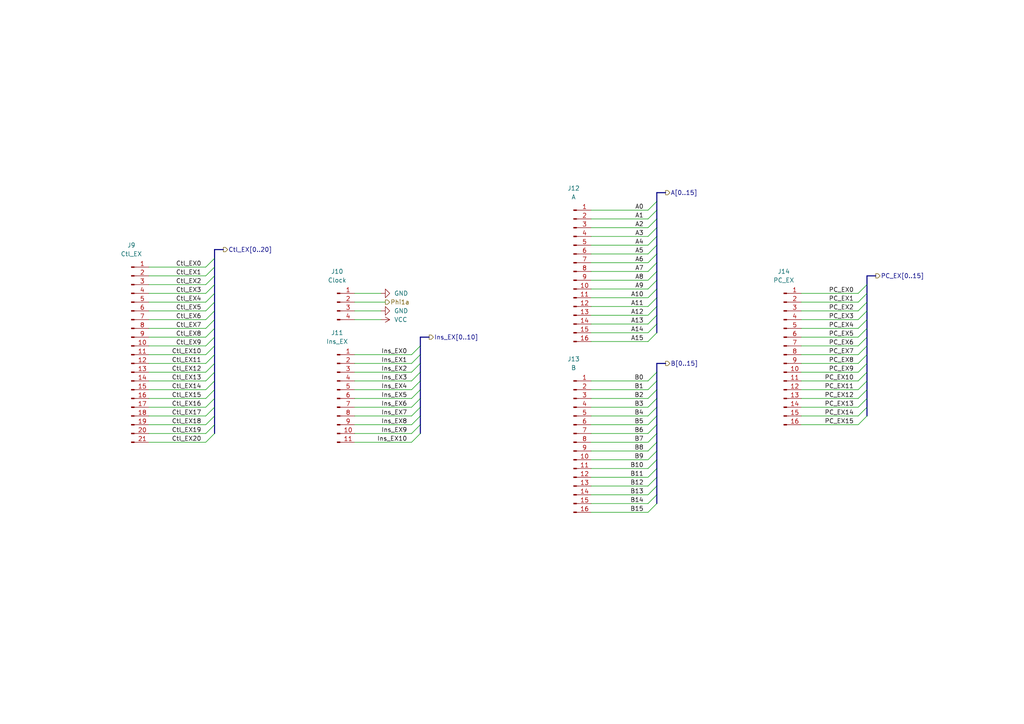
<source format=kicad_sch>
(kicad_sch (version 20250114) (generator "eeschema") (generator_version "9.0")
  (paper "A4")
  (title_block (title "Turtle16: EX Module Inputs") (date "2022-09-24") (rev "B"))
  (lib_symbols
    (symbol "Connector:Conn_01x04_Male" (pin_names (offset 1.016) (hide yes))
      (property "Reference" "J" (at 0 5.08 0))
      (property "Value" "Conn_01x04_Male" (at 0 -7.62 0))
      (symbol "Conn_01x04_Male_1_1"
        (rectangle (start 0.8636 2.667) (end 0 2.413) (stroke (width 0.1524)) (fill (type outline)))
        (rectangle (start 0.8636 0.127) (end 0 -0.127) (stroke (width 0.1524)) (fill (type outline)))
        (rectangle (start 0.8636 -2.413) (end 0 -2.667) (stroke (width 0.1524)) (fill (type outline)))
        (rectangle (start 0.8636 -4.953) (end 0 -5.207) (stroke (width 0.1524)) (fill (type outline)))
        (polyline (pts (xy 1.27 2.54) (xy 0.8636 2.54)) (stroke (width 0.1524)))
        (polyline (pts (xy 1.27 0) (xy 0.8636 0)) (stroke (width 0.1524)))
        (polyline (pts (xy 1.27 -2.54) (xy 0.8636 -2.54)) (stroke (width 0.1524)))
        (polyline (pts (xy 1.27 -5.08) (xy 0.8636 -5.08)) (stroke (width 0.1524)))
        (pin passive line (at 5.08 2.54 180) (length 3.81) (name "Pin_1") (number "1"))
        (pin passive line (at 5.08 0 180) (length 3.81) (name "Pin_2") (number "2"))
        (pin passive line (at 5.08 -2.54 180) (length 3.81) (name "Pin_3") (number "3"))
        (pin passive line (at 5.08 -5.08 180) (length 3.81) (name "Pin_4") (number "4"))
      )
    )
    (symbol "Connector:Conn_01x11_Male" (pin_names (offset 1.016) (hide yes))
      (property "Reference" "J" (at 0 15.24 0))
      (property "Value" "Conn_01x11_Male" (at 0 -15.24 0))
      (symbol "Conn_01x11_Male_1_1"
        (rectangle (start 0.8636 12.827) (end 0 12.573) (stroke (width 0.1524)) (fill (type outline)))
        (rectangle (start 0.8636 10.287) (end 0 10.033) (stroke (width 0.1524)) (fill (type outline)))
        (rectangle (start 0.8636 7.747) (end 0 7.493) (stroke (width 0.1524)) (fill (type outline)))
        (rectangle (start 0.8636 5.207) (end 0 4.953) (stroke (width 0.1524)) (fill (type outline)))
        (rectangle (start 0.8636 2.667) (end 0 2.413) (stroke (width 0.1524)) (fill (type outline)))
        (rectangle (start 0.8636 0.127) (end 0 -0.127) (stroke (width 0.1524)) (fill (type outline)))
        (rectangle (start 0.8636 -2.413) (end 0 -2.667) (stroke (width 0.1524)) (fill (type outline)))
        (rectangle (start 0.8636 -4.953) (end 0 -5.207) (stroke (width 0.1524)) (fill (type outline)))
        (rectangle (start 0.8636 -7.493) (end 0 -7.747) (stroke (width 0.1524)) (fill (type outline)))
        (rectangle (start 0.8636 -10.033) (end 0 -10.287) (stroke (width 0.1524)) (fill (type outline)))
        (rectangle (start 0.8636 -12.573) (end 0 -12.827) (stroke (width 0.1524)) (fill (type outline)))
        (polyline (pts (xy 1.27 12.7) (xy 0.8636 12.7)) (stroke (width 0.1524)))
        (polyline (pts (xy 1.27 10.16) (xy 0.8636 10.16)) (stroke (width 0.1524)))
        (polyline (pts (xy 1.27 7.62) (xy 0.8636 7.62)) (stroke (width 0.1524)))
        (polyline (pts (xy 1.27 5.08) (xy 0.8636 5.08)) (stroke (width 0.1524)))
        (polyline (pts (xy 1.27 2.54) (xy 0.8636 2.54)) (stroke (width 0.1524)))
        (polyline (pts (xy 1.27 0) (xy 0.8636 0)) (stroke (width 0.1524)))
        (polyline (pts (xy 1.27 -2.54) (xy 0.8636 -2.54)) (stroke (width 0.1524)))
        (polyline (pts (xy 1.27 -5.08) (xy 0.8636 -5.08)) (stroke (width 0.1524)))
        (polyline (pts (xy 1.27 -7.62) (xy 0.8636 -7.62)) (stroke (width 0.1524)))
        (polyline (pts (xy 1.27 -10.16) (xy 0.8636 -10.16)) (stroke (width 0.1524)))
        (polyline (pts (xy 1.27 -12.7) (xy 0.8636 -12.7)) (stroke (width 0.1524)))
        (pin passive line (at 5.08 12.7 180) (length 3.81) (name "Pin_1") (number "1"))
        (pin passive line (at 5.08 10.16 180) (length 3.81) (name "Pin_2") (number "2"))
        (pin passive line (at 5.08 7.62 180) (length 3.81) (name "Pin_3") (number "3"))
        (pin passive line (at 5.08 5.08 180) (length 3.81) (name "Pin_4") (number "4"))
        (pin passive line (at 5.08 2.54 180) (length 3.81) (name "Pin_5") (number "5"))
        (pin passive line (at 5.08 0 180) (length 3.81) (name "Pin_6") (number "6"))
        (pin passive line (at 5.08 -2.54 180) (length 3.81) (name "Pin_7") (number "7"))
        (pin passive line (at 5.08 -5.08 180) (length 3.81) (name "Pin_8") (number "8"))
        (pin passive line (at 5.08 -7.62 180) (length 3.81) (name "Pin_9") (number "9"))
        (pin passive line (at 5.08 -10.16 180) (length 3.81) (name "Pin_10") (number "10"))
        (pin passive line (at 5.08 -12.7 180) (length 3.81) (name "Pin_11") (number "11"))
      )
    )
    (symbol "Connector:Conn_01x16_Male" (pin_names (offset 1.016) (hide yes))
      (property "Reference" "J" (at 0 20.32 0))
      (property "Value" "Conn_01x16_Male" (at 0 -22.86 0))
      (symbol "Conn_01x16_Male_1_1"
        (rectangle (start 0.8636 17.907) (end 0 17.653) (stroke (width 0.1524)) (fill (type outline)))
        (rectangle (start 0.8636 15.367) (end 0 15.113) (stroke (width 0.1524)) (fill (type outline)))
        (rectangle (start 0.8636 12.827) (end 0 12.573) (stroke (width 0.1524)) (fill (type outline)))
        (rectangle (start 0.8636 10.287) (end 0 10.033) (stroke (width 0.1524)) (fill (type outline)))
        (rectangle (start 0.8636 7.747) (end 0 7.493) (stroke (width 0.1524)) (fill (type outline)))
        (rectangle (start 0.8636 5.207) (end 0 4.953) (stroke (width 0.1524)) (fill (type outline)))
        (rectangle (start 0.8636 2.667) (end 0 2.413) (stroke (width 0.1524)) (fill (type outline)))
        (rectangle (start 0.8636 0.127) (end 0 -0.127) (stroke (width 0.1524)) (fill (type outline)))
        (rectangle (start 0.8636 -2.413) (end 0 -2.667) (stroke (width 0.1524)) (fill (type outline)))
        (rectangle (start 0.8636 -4.953) (end 0 -5.207) (stroke (width 0.1524)) (fill (type outline)))
        (rectangle (start 0.8636 -7.493) (end 0 -7.747) (stroke (width 0.1524)) (fill (type outline)))
        (rectangle (start 0.8636 -10.033) (end 0 -10.287) (stroke (width 0.1524)) (fill (type outline)))
        (rectangle (start 0.8636 -12.573) (end 0 -12.827) (stroke (width 0.1524)) (fill (type outline)))
        (rectangle (start 0.8636 -15.113) (end 0 -15.367) (stroke (width 0.1524)) (fill (type outline)))
        (rectangle (start 0.8636 -17.653) (end 0 -17.907) (stroke (width 0.1524)) (fill (type outline)))
        (rectangle (start 0.8636 -20.193) (end 0 -20.447) (stroke (width 0.1524)) (fill (type outline)))
        (polyline (pts (xy 1.27 17.78) (xy 0.8636 17.78)) (stroke (width 0.1524)))
        (polyline (pts (xy 1.27 15.24) (xy 0.8636 15.24)) (stroke (width 0.1524)))
        (polyline (pts (xy 1.27 12.7) (xy 0.8636 12.7)) (stroke (width 0.1524)))
        (polyline (pts (xy 1.27 10.16) (xy 0.8636 10.16)) (stroke (width 0.1524)))
        (polyline (pts (xy 1.27 7.62) (xy 0.8636 7.62)) (stroke (width 0.1524)))
        (polyline (pts (xy 1.27 5.08) (xy 0.8636 5.08)) (stroke (width 0.1524)))
        (polyline (pts (xy 1.27 2.54) (xy 0.8636 2.54)) (stroke (width 0.1524)))
        (polyline (pts (xy 1.27 0) (xy 0.8636 0)) (stroke (width 0.1524)))
        (polyline (pts (xy 1.27 -2.54) (xy 0.8636 -2.54)) (stroke (width 0.1524)))
        (polyline (pts (xy 1.27 -5.08) (xy 0.8636 -5.08)) (stroke (width 0.1524)))
        (polyline (pts (xy 1.27 -7.62) (xy 0.8636 -7.62)) (stroke (width 0.1524)))
        (polyline (pts (xy 1.27 -10.16) (xy 0.8636 -10.16)) (stroke (width 0.1524)))
        (polyline (pts (xy 1.27 -12.7) (xy 0.8636 -12.7)) (stroke (width 0.1524)))
        (polyline (pts (xy 1.27 -15.24) (xy 0.8636 -15.24)) (stroke (width 0.1524)))
        (polyline (pts (xy 1.27 -17.78) (xy 0.8636 -17.78)) (stroke (width 0.1524)))
        (polyline (pts (xy 1.27 -20.32) (xy 0.8636 -20.32)) (stroke (width 0.1524)))
        (pin passive line (at 5.08 17.78 180) (length 3.81) (name "Pin_1") (number "1"))
        (pin passive line (at 5.08 15.24 180) (length 3.81) (name "Pin_2") (number "2"))
        (pin passive line (at 5.08 12.7 180) (length 3.81) (name "Pin_3") (number "3"))
        (pin passive line (at 5.08 10.16 180) (length 3.81) (name "Pin_4") (number "4"))
        (pin passive line (at 5.08 7.62 180) (length 3.81) (name "Pin_5") (number "5"))
        (pin passive line (at 5.08 5.08 180) (length 3.81) (name "Pin_6") (number "6"))
        (pin passive line (at 5.08 2.54 180) (length 3.81) (name "Pin_7") (number "7"))
        (pin passive line (at 5.08 0 180) (length 3.81) (name "Pin_8") (number "8"))
        (pin passive line (at 5.08 -2.54 180) (length 3.81) (name "Pin_9") (number "9"))
        (pin passive line (at 5.08 -5.08 180) (length 3.81) (name "Pin_10") (number "10"))
        (pin passive line (at 5.08 -7.62 180) (length 3.81) (name "Pin_11") (number "11"))
        (pin passive line (at 5.08 -10.16 180) (length 3.81) (name "Pin_12") (number "12"))
        (pin passive line (at 5.08 -12.7 180) (length 3.81) (name "Pin_13") (number "13"))
        (pin passive line (at 5.08 -15.24 180) (length 3.81) (name "Pin_14") (number "14"))
        (pin passive line (at 5.08 -17.78 180) (length 3.81) (name "Pin_15") (number "15"))
        (pin passive line (at 5.08 -20.32 180) (length 3.81) (name "Pin_16") (number "16"))
      )
    )
    (symbol "Connector:Conn_01x21_Male" (pin_names (offset 1.016) (hide yes))
      (property "Reference" "J" (at 0 27.94 0))
      (property "Value" "Conn_01x21_Male" (at 0 -27.94 0))
      (symbol "Conn_01x21_Male_1_1"
        (rectangle (start 0.8636 25.527) (end 0 25.273) (stroke (width 0.1524)) (fill (type outline)))
        (rectangle (start 0.8636 22.987) (end 0 22.733) (stroke (width 0.1524)) (fill (type outline)))
        (rectangle (start 0.8636 20.447) (end 0 20.193) (stroke (width 0.1524)) (fill (type outline)))
        (rectangle (start 0.8636 17.907) (end 0 17.653) (stroke (width 0.1524)) (fill (type outline)))
        (rectangle (start 0.8636 15.367) (end 0 15.113) (stroke (width 0.1524)) (fill (type outline)))
        (rectangle (start 0.8636 12.827) (end 0 12.573) (stroke (width 0.1524)) (fill (type outline)))
        (rectangle (start 0.8636 10.287) (end 0 10.033) (stroke (width 0.1524)) (fill (type outline)))
        (rectangle (start 0.8636 7.747) (end 0 7.493) (stroke (width 0.1524)) (fill (type outline)))
        (rectangle (start 0.8636 5.207) (end 0 4.953) (stroke (width 0.1524)) (fill (type outline)))
        (rectangle (start 0.8636 2.667) (end 0 2.413) (stroke (width 0.1524)) (fill (type outline)))
        (rectangle (start 0.8636 0.127) (end 0 -0.127) (stroke (width 0.1524)) (fill (type outline)))
        (rectangle (start 0.8636 -2.413) (end 0 -2.667) (stroke (width 0.1524)) (fill (type outline)))
        (rectangle (start 0.8636 -4.953) (end 0 -5.207) (stroke (width 0.1524)) (fill (type outline)))
        (rectangle (start 0.8636 -7.493) (end 0 -7.747) (stroke (width 0.1524)) (fill (type outline)))
        (rectangle (start 0.8636 -10.033) (end 0 -10.287) (stroke (width 0.1524)) (fill (type outline)))
        (rectangle (start 0.8636 -12.573) (end 0 -12.827) (stroke (width 0.1524)) (fill (type outline)))
        (rectangle (start 0.8636 -15.113) (end 0 -15.367) (stroke (width 0.1524)) (fill (type outline)))
        (rectangle (start 0.8636 -17.653) (end 0 -17.907) (stroke (width 0.1524)) (fill (type outline)))
        (rectangle (start 0.8636 -20.193) (end 0 -20.447) (stroke (width 0.1524)) (fill (type outline)))
        (rectangle (start 0.8636 -22.733) (end 0 -22.987) (stroke (width 0.1524)) (fill (type outline)))
        (rectangle (start 0.8636 -25.273) (end 0 -25.527) (stroke (width 0.1524)) (fill (type outline)))
        (polyline (pts (xy 1.27 25.4) (xy 0.8636 25.4)) (stroke (width 0.1524)))
        (polyline (pts (xy 1.27 22.86) (xy 0.8636 22.86)) (stroke (width 0.1524)))
        (polyline (pts (xy 1.27 20.32) (xy 0.8636 20.32)) (stroke (width 0.1524)))
        (polyline (pts (xy 1.27 17.78) (xy 0.8636 17.78)) (stroke (width 0.1524)))
        (polyline (pts (xy 1.27 15.24) (xy 0.8636 15.24)) (stroke (width 0.1524)))
        (polyline (pts (xy 1.27 12.7) (xy 0.8636 12.7)) (stroke (width 0.1524)))
        (polyline (pts (xy 1.27 10.16) (xy 0.8636 10.16)) (stroke (width 0.1524)))
        (polyline (pts (xy 1.27 7.62) (xy 0.8636 7.62)) (stroke (width 0.1524)))
        (polyline (pts (xy 1.27 5.08) (xy 0.8636 5.08)) (stroke (width 0.1524)))
        (polyline (pts (xy 1.27 2.54) (xy 0.8636 2.54)) (stroke (width 0.1524)))
        (polyline (pts (xy 1.27 0) (xy 0.8636 0)) (stroke (width 0.1524)))
        (polyline (pts (xy 1.27 -2.54) (xy 0.8636 -2.54)) (stroke (width 0.1524)))
        (polyline (pts (xy 1.27 -5.08) (xy 0.8636 -5.08)) (stroke (width 0.1524)))
        (polyline (pts (xy 1.27 -7.62) (xy 0.8636 -7.62)) (stroke (width 0.1524)))
        (polyline (pts (xy 1.27 -10.16) (xy 0.8636 -10.16)) (stroke (width 0.1524)))
        (polyline (pts (xy 1.27 -12.7) (xy 0.8636 -12.7)) (stroke (width 0.1524)))
        (polyline (pts (xy 1.27 -15.24) (xy 0.8636 -15.24)) (stroke (width 0.1524)))
        (polyline (pts (xy 1.27 -17.78) (xy 0.8636 -17.78)) (stroke (width 0.1524)))
        (polyline (pts (xy 1.27 -20.32) (xy 0.8636 -20.32)) (stroke (width 0.1524)))
        (polyline (pts (xy 1.27 -22.86) (xy 0.8636 -22.86)) (stroke (width 0.1524)))
        (polyline (pts (xy 1.27 -25.4) (xy 0.8636 -25.4)) (stroke (width 0.1524)))
        (pin passive line (at 5.08 25.4 180) (length 3.81) (name "Pin_1") (number "1"))
        (pin passive line (at 5.08 22.86 180) (length 3.81) (name "Pin_2") (number "2"))
        (pin passive line (at 5.08 20.32 180) (length 3.81) (name "Pin_3") (number "3"))
        (pin passive line (at 5.08 17.78 180) (length 3.81) (name "Pin_4") (number "4"))
        (pin passive line (at 5.08 15.24 180) (length 3.81) (name "Pin_5") (number "5"))
        (pin passive line (at 5.08 12.7 180) (length 3.81) (name "Pin_6") (number "6"))
        (pin passive line (at 5.08 10.16 180) (length 3.81) (name "Pin_7") (number "7"))
        (pin passive line (at 5.08 7.62 180) (length 3.81) (name "Pin_8") (number "8"))
        (pin passive line (at 5.08 5.08 180) (length 3.81) (name "Pin_9") (number "9"))
        (pin passive line (at 5.08 2.54 180) (length 3.81) (name "Pin_10") (number "10"))
        (pin passive line (at 5.08 0 180) (length 3.81) (name "Pin_11") (number "11"))
        (pin passive line (at 5.08 -2.54 180) (length 3.81) (name "Pin_12") (number "12"))
        (pin passive line (at 5.08 -5.08 180) (length 3.81) (name "Pin_13") (number "13"))
        (pin passive line (at 5.08 -7.62 180) (length 3.81) (name "Pin_14") (number "14"))
        (pin passive line (at 5.08 -10.16 180) (length 3.81) (name "Pin_15") (number "15"))
        (pin passive line (at 5.08 -12.7 180) (length 3.81) (name "Pin_16") (number "16"))
        (pin passive line (at 5.08 -15.24 180) (length 3.81) (name "Pin_17") (number "17"))
        (pin passive line (at 5.08 -17.78 180) (length 3.81) (name "Pin_18") (number "18"))
        (pin passive line (at 5.08 -20.32 180) (length 3.81) (name "Pin_19") (number "19"))
        (pin passive line (at 5.08 -22.86 180) (length 3.81) (name "Pin_20") (number "20"))
        (pin passive line (at 5.08 -25.4 180) (length 3.81) (name "Pin_21") (number "21"))
      )
    )
    (symbol "power:GND" (power) (pin_names (offset 0))
      (property "Value" "GND" (at 0 -3.81 0))
      (symbol "GND_0_1"
        (polyline (pts (xy 0 0) (xy 0 -1.27) (xy 1.27 -1.27) (xy 0 -2.54) (xy -1.27 -1.27) (xy 0 -1.27)))
      )
      (symbol "GND_1_1"
        (pin power_in line (at 0 0 270) (length 0) (hide yes) (name "GND") (number "1"))
      )
    )
    (symbol "power:VCC" (power) (pin_names (offset 0))
      (property "Value" "VCC" (at 0 3.81 0))
      (symbol "VCC_0_1"
        (polyline (pts (xy -0.762 1.27) (xy 0 2.54)))
        (polyline (pts (xy 0 2.54) (xy 0.762 1.27)))
        (polyline (pts (xy 0 0) (xy 0 2.54)))
      )
      (symbol "VCC_1_1"
        (pin power_in line (at 0 0 90) (length 0) (hide yes) (name "VCC") (number "1"))
      )
    )
  )
  (bus_entry (at 190.5 66.04) (size -2.54 2.54))
  (bus_entry (at 190.5 91.44) (size -2.54 2.54))
  (bus_entry (at 62.23 125.73) (size -2.54 2.54))
  (bus_entry (at 251.46 110.49) (size -2.54 2.54))
  (bus_entry (at 62.23 100.33) (size -2.54 2.54))
  (bus_entry (at 251.46 105.41) (size -2.54 2.54))
  (bus_entry (at 190.5 60.96) (size -2.54 2.54))
  (bus_entry (at 190.5 73.66) (size -2.54 2.54))
  (bus_entry (at 190.5 140.97) (size -2.54 2.54))
  (bus_entry (at 62.23 95.25) (size -2.54 2.54))
  (bus_entry (at 190.5 118.11) (size -2.54 2.54))
  (bus_entry (at 62.23 123.19) (size -2.54 2.54))
  (bus_entry (at 190.5 81.28) (size -2.54 2.54))
  (bus_entry (at 62.23 85.09) (size -2.54 2.54))
  (bus_entry (at 62.23 80.01) (size -2.54 2.54))
  (bus_entry (at 190.5 113.03) (size -2.54 2.54))
  (bus_entry (at 62.23 120.65) (size -2.54 2.54))
  (bus_entry (at 121.92 120.65) (size -2.54 2.54))
  (bus_entry (at 62.23 102.87) (size -2.54 2.54))
  (bus_entry (at 62.23 115.57) (size -2.54 2.54))
  (bus_entry (at 190.5 143.51) (size -2.54 2.54))
  (bus_entry (at 121.92 113.03) (size -2.54 2.54))
  (bus_entry (at 62.23 90.17) (size -2.54 2.54))
  (bus_entry (at 251.46 95.25) (size -2.54 2.54))
  (bus_entry (at 190.5 128.27) (size -2.54 2.54))
  (bus_entry (at 190.5 63.5) (size -2.54 2.54))
  (bus_entry (at 62.23 77.47) (size -2.54 2.54))
  (bus_entry (at 121.92 110.49) (size -2.54 2.54))
  (bus_entry (at 62.23 82.55) (size -2.54 2.54))
  (bus_entry (at 62.23 87.63) (size -2.54 2.54))
  (bus_entry (at 190.5 123.19) (size -2.54 2.54))
  (bus_entry (at 190.5 125.73) (size -2.54 2.54))
  (bus_entry (at 62.23 107.95) (size -2.54 2.54))
  (bus_entry (at 121.92 123.19) (size -2.54 2.54))
  (bus_entry (at 190.5 146.05) (size -2.54 2.54))
  (bus_entry (at 121.92 107.95) (size -2.54 2.54))
  (bus_entry (at 251.46 82.55) (size -2.54 2.54))
  (bus_entry (at 251.46 87.63) (size -2.54 2.54))
  (bus_entry (at 190.5 68.58) (size -2.54 2.54))
  (bus_entry (at 190.5 88.9) (size -2.54 2.54))
  (bus_entry (at 62.23 110.49) (size -2.54 2.54))
  (bus_entry (at 190.5 130.81) (size -2.54 2.54))
  (bus_entry (at 251.46 100.33) (size -2.54 2.54))
  (bus_entry (at 251.46 113.03) (size -2.54 2.54))
  (bus_entry (at 62.23 113.03) (size -2.54 2.54))
  (bus_entry (at 190.5 78.74) (size -2.54 2.54))
  (bus_entry (at 62.23 118.11) (size -2.54 2.54))
  (bus_entry (at 62.23 105.41) (size -2.54 2.54))
  (bus_entry (at 190.5 71.12) (size -2.54 2.54))
  (bus_entry (at 251.46 85.09) (size -2.54 2.54))
  (bus_entry (at 62.23 92.71) (size -2.54 2.54))
  (bus_entry (at 251.46 92.71) (size -2.54 2.54))
  (bus_entry (at 251.46 107.95) (size -2.54 2.54))
  (bus_entry (at 190.5 58.42) (size -2.54 2.54))
  (bus_entry (at 121.92 125.73) (size -2.54 2.54))
  (bus_entry (at 190.5 96.52) (size -2.54 2.54))
  (bus_entry (at 190.5 120.65) (size -2.54 2.54))
  (bus_entry (at 251.46 118.11) (size -2.54 2.54))
  (bus_entry (at 190.5 76.2) (size -2.54 2.54))
  (bus_entry (at 190.5 93.98) (size -2.54 2.54))
  (bus_entry (at 121.92 105.41) (size -2.54 2.54))
  (bus_entry (at 190.5 107.95) (size -2.54 2.54))
  (bus_entry (at 121.92 115.57) (size -2.54 2.54))
  (bus_entry (at 190.5 86.36) (size -2.54 2.54))
  (bus_entry (at 190.5 138.43) (size -2.54 2.54))
  (bus_entry (at 62.23 74.93) (size -2.54 2.54))
  (bus_entry (at 190.5 110.49) (size -2.54 2.54))
  (bus_entry (at 190.5 133.35) (size -2.54 2.54))
  (bus_entry (at 121.92 102.87) (size -2.54 2.54))
  (bus_entry (at 251.46 115.57) (size -2.54 2.54))
  (bus_entry (at 190.5 83.82) (size -2.54 2.54))
  (bus_entry (at 121.92 100.33) (size -2.54 2.54))
  (bus_entry (at 190.5 115.57) (size -2.54 2.54))
  (bus_entry (at 251.46 90.17) (size -2.54 2.54))
  (bus_entry (at 251.46 97.79) (size -2.54 2.54))
  (bus_entry (at 251.46 120.65) (size -2.54 2.54))
  (bus_entry (at 190.5 135.89) (size -2.54 2.54))
  (bus_entry (at 251.46 102.87) (size -2.54 2.54))
  (bus_entry (at 121.92 118.11) (size -2.54 2.54))
  (bus_entry (at 62.23 97.79) (size -2.54 2.54))
  (wire (pts (xy 187.96 140.97) (xy 171.45 140.97)))
  (bus (pts (xy 62.23 77.47) (xy 62.23 80.01)))
  (bus (pts (xy 121.92 100.33) (xy 121.92 102.87)))
  (bus (pts (xy 62.23 123.19) (xy 62.23 125.73)))
  (bus (pts (xy 251.46 90.17) (xy 251.46 92.71)))
  (bus (pts (xy 62.23 105.41) (xy 62.23 107.95)))
  (bus (pts (xy 190.5 93.98) (xy 190.5 96.52)))
  (bus (pts (xy 190.5 105.41) (xy 190.5 107.95)))
  (bus (pts (xy 254 80.01) (xy 251.46 80.01)))
  (wire (pts (xy 59.69 77.47) (xy 43.18 77.47)))
  (wire (pts (xy 187.96 68.58) (xy 171.45 68.58)))
  (bus (pts (xy 62.23 95.25) (xy 62.23 97.79)))
  (bus (pts (xy 190.5 110.49) (xy 190.5 113.03)))
  (wire (pts (xy 59.69 92.71) (xy 43.18 92.71)))
  (bus (pts (xy 190.5 128.27) (xy 190.5 130.81)))
  (bus (pts (xy 62.23 82.55) (xy 62.23 85.09)))
  (wire (pts (xy 187.96 86.36) (xy 171.45 86.36)))
  (bus (pts (xy 64.77 72.39) (xy 62.23 72.39)))
  (bus (pts (xy 121.92 118.11) (xy 121.92 120.65)))
  (bus (pts (xy 62.23 92.71) (xy 62.23 95.25)))
  (wire (pts (xy 119.38 102.87) (xy 102.87 102.87)))
  (wire (pts (xy 119.38 123.19) (xy 102.87 123.19)))
  (wire (pts (xy 248.92 120.65) (xy 232.41 120.65)))
  (bus (pts (xy 190.5 115.57) (xy 190.5 118.11)))
  (wire (pts (xy 187.96 130.81) (xy 171.45 130.81)))
  (wire (pts (xy 187.96 148.59) (xy 171.45 148.59)))
  (wire (pts (xy 187.96 113.03) (xy 171.45 113.03)))
  (wire (pts (xy 59.69 113.03) (xy 43.18 113.03)))
  (wire (pts (xy 248.92 85.09) (xy 232.41 85.09)))
  (bus (pts (xy 190.5 83.82) (xy 190.5 86.36)))
  (bus (pts (xy 190.5 125.73) (xy 190.5 128.27)))
  (bus (pts (xy 121.92 105.41) (xy 121.92 107.95)))
  (wire (pts (xy 59.69 120.65) (xy 43.18 120.65)))
  (bus (pts (xy 121.92 110.49) (xy 121.92 113.03)))
  (bus (pts (xy 62.23 120.65) (xy 62.23 123.19)))
  (bus (pts (xy 190.5 91.44) (xy 190.5 93.98)))
  (wire (pts (xy 187.96 128.27) (xy 171.45 128.27)))
  (wire (pts (xy 119.38 113.03) (xy 102.87 113.03)))
  (bus (pts (xy 62.23 97.79) (xy 62.23 100.33)))
  (bus (pts (xy 190.5 58.42) (xy 190.5 60.96)))
  (bus (pts (xy 251.46 102.87) (xy 251.46 105.41)))
  (wire (pts (xy 59.69 123.19) (xy 43.18 123.19)))
  (wire (pts (xy 102.87 90.17) (xy 110.49 90.17)))
  (bus (pts (xy 62.23 87.63) (xy 62.23 90.17)))
  (wire (pts (xy 59.69 102.87) (xy 43.18 102.87)))
  (bus (pts (xy 190.5 81.28) (xy 190.5 83.82)))
  (bus (pts (xy 251.46 85.09) (xy 251.46 87.63)))
  (bus (pts (xy 121.92 107.95) (xy 121.92 110.49)))
  (bus (pts (xy 62.23 113.03) (xy 62.23 115.57)))
  (wire (pts (xy 59.69 95.25) (xy 43.18 95.25)))
  (bus (pts (xy 121.92 97.79) (xy 121.92 100.33)))
  (wire (pts (xy 119.38 110.49) (xy 102.87 110.49)))
  (wire (pts (xy 248.92 105.41) (xy 232.41 105.41)))
  (wire (pts (xy 187.96 60.96) (xy 171.45 60.96)))
  (wire (pts (xy 248.92 113.03) (xy 232.41 113.03)))
  (wire (pts (xy 187.96 120.65) (xy 171.45 120.65)))
  (wire (pts (xy 248.92 102.87) (xy 232.41 102.87)))
  (wire (pts (xy 187.96 76.2) (xy 171.45 76.2)))
  (bus (pts (xy 190.5 55.88) (xy 190.5 58.42)))
  (wire (pts (xy 187.96 115.57) (xy 171.45 115.57)))
  (bus (pts (xy 190.5 66.04) (xy 190.5 68.58)))
  (bus (pts (xy 251.46 107.95) (xy 251.46 110.49)))
  (bus (pts (xy 190.5 130.81) (xy 190.5 133.35)))
  (bus (pts (xy 62.23 102.87) (xy 62.23 105.41)))
  (bus (pts (xy 190.5 78.74) (xy 190.5 81.28)))
  (bus (pts (xy 62.23 74.93) (xy 62.23 77.47)))
  (bus (pts (xy 190.5 86.36) (xy 190.5 88.9)))
  (bus (pts (xy 62.23 72.39) (xy 62.23 74.93)))
  (wire (pts (xy 102.87 85.09) (xy 110.49 85.09)))
  (bus (pts (xy 251.46 113.03) (xy 251.46 115.57)))
  (wire (pts (xy 187.96 78.74) (xy 171.45 78.74)))
  (bus (pts (xy 121.92 113.03) (xy 121.92 115.57)))
  (wire (pts (xy 59.69 115.57) (xy 43.18 115.57)))
  (bus (pts (xy 190.5 135.89) (xy 190.5 138.43)))
  (wire (pts (xy 187.96 73.66) (xy 171.45 73.66)))
  (bus (pts (xy 190.5 63.5) (xy 190.5 66.04)))
  (wire (pts (xy 187.96 143.51) (xy 171.45 143.51)))
  (wire (pts (xy 187.96 118.11) (xy 171.45 118.11)))
  (bus (pts (xy 62.23 100.33) (xy 62.23 102.87)))
  (wire (pts (xy 248.92 107.95) (xy 232.41 107.95)))
  (bus (pts (xy 251.46 80.01) (xy 251.46 82.55)))
  (wire (pts (xy 248.92 97.79) (xy 232.41 97.79)))
  (bus (pts (xy 251.46 82.55) (xy 251.46 85.09)))
  (wire (pts (xy 248.92 115.57) (xy 232.41 115.57)))
  (wire (pts (xy 119.38 118.11) (xy 102.87 118.11)))
  (wire (pts (xy 187.96 88.9) (xy 171.45 88.9)))
  (bus (pts (xy 251.46 95.25) (xy 251.46 97.79)))
  (bus (pts (xy 190.5 120.65) (xy 190.5 123.19)))
  (bus (pts (xy 190.5 118.11) (xy 190.5 120.65)))
  (wire (pts (xy 187.96 138.43) (xy 171.45 138.43)))
  (bus (pts (xy 190.5 68.58) (xy 190.5 71.12)))
  (bus (pts (xy 62.23 115.57) (xy 62.23 118.11)))
  (wire (pts (xy 119.38 125.73) (xy 102.87 125.73)))
  (wire (pts (xy 187.96 146.05) (xy 171.45 146.05)))
  (wire (pts (xy 187.96 93.98) (xy 171.45 93.98)))
  (wire (pts (xy 187.96 91.44) (xy 171.45 91.44)))
  (wire (pts (xy 248.92 123.19) (xy 232.41 123.19)))
  (wire (pts (xy 102.87 92.71) (xy 110.49 92.71)))
  (bus (pts (xy 62.23 80.01) (xy 62.23 82.55)))
  (wire (pts (xy 119.38 107.95) (xy 102.87 107.95)))
  (bus (pts (xy 190.5 133.35) (xy 190.5 135.89)))
  (bus (pts (xy 190.5 60.96) (xy 190.5 63.5)))
  (wire (pts (xy 187.96 63.5) (xy 171.45 63.5)))
  (bus (pts (xy 190.5 73.66) (xy 190.5 76.2)))
  (bus (pts (xy 62.23 107.95) (xy 62.23 110.49)))
  (bus (pts (xy 121.92 102.87) (xy 121.92 105.41)))
  (wire (pts (xy 119.38 115.57) (xy 102.87 115.57)))
  (wire (pts (xy 248.92 95.25) (xy 232.41 95.25)))
  (bus (pts (xy 190.5 107.95) (xy 190.5 110.49)))
  (wire (pts (xy 59.69 105.41) (xy 43.18 105.41)))
  (bus (pts (xy 251.46 100.33) (xy 251.46 102.87)))
  (wire (pts (xy 187.96 110.49) (xy 171.45 110.49)))
  (bus (pts (xy 190.5 143.51) (xy 190.5 146.05)))
  (wire (pts (xy 187.96 66.04) (xy 171.45 66.04)))
  (wire (pts (xy 248.92 90.17) (xy 232.41 90.17)))
  (bus (pts (xy 193.04 55.88) (xy 190.5 55.88)))
  (bus (pts (xy 121.92 123.19) (xy 121.92 125.73)))
  (wire (pts (xy 119.38 128.27) (xy 102.87 128.27)))
  (bus (pts (xy 251.46 118.11) (xy 251.46 120.65)))
  (bus (pts (xy 190.5 71.12) (xy 190.5 73.66)))
  (bus (pts (xy 62.23 85.09) (xy 62.23 87.63)))
  (wire (pts (xy 59.69 90.17) (xy 43.18 90.17)))
  (wire (pts (xy 248.92 87.63) (xy 232.41 87.63)))
  (bus (pts (xy 190.5 88.9) (xy 190.5 91.44)))
  (bus (pts (xy 193.04 105.41) (xy 190.5 105.41)))
  (wire (pts (xy 187.96 71.12) (xy 171.45 71.12)))
  (bus (pts (xy 121.92 120.65) (xy 121.92 123.19)))
  (wire (pts (xy 187.96 83.82) (xy 171.45 83.82)))
  (wire (pts (xy 59.69 87.63) (xy 43.18 87.63)))
  (bus (pts (xy 251.46 110.49) (xy 251.46 113.03)))
  (wire (pts (xy 248.92 92.71) (xy 232.41 92.71)))
  (wire (pts (xy 59.69 128.27) (xy 43.18 128.27)))
  (bus (pts (xy 190.5 138.43) (xy 190.5 140.97)))
  (wire (pts (xy 119.38 120.65) (xy 102.87 120.65)))
  (wire (pts (xy 187.96 133.35) (xy 171.45 133.35)))
  (wire (pts (xy 187.96 123.19) (xy 171.45 123.19)))
  (bus (pts (xy 121.92 115.57) (xy 121.92 118.11)))
  (wire (pts (xy 59.69 107.95) (xy 43.18 107.95)))
  (wire (pts (xy 59.69 85.09) (xy 43.18 85.09)))
  (wire (pts (xy 187.96 81.28) (xy 171.45 81.28)))
  (wire (pts (xy 59.69 97.79) (xy 43.18 97.79)))
  (wire (pts (xy 59.69 125.73) (xy 43.18 125.73)))
  (wire (pts (xy 187.96 99.06) (xy 171.45 99.06)))
  (bus (pts (xy 124.46 97.79) (xy 121.92 97.79)))
  (wire (pts (xy 59.69 110.49) (xy 43.18 110.49)))
  (bus (pts (xy 190.5 123.19) (xy 190.5 125.73)))
  (wire (pts (xy 187.96 125.73) (xy 171.45 125.73)))
  (wire (pts (xy 102.87 87.63) (xy 111.76 87.63)))
  (wire (pts (xy 119.38 105.41) (xy 102.87 105.41)))
  (wire (pts (xy 59.69 118.11) (xy 43.18 118.11)))
  (bus (pts (xy 190.5 76.2) (xy 190.5 78.74)))
  (bus (pts (xy 251.46 92.71) (xy 251.46 95.25)))
  (bus (pts (xy 190.5 140.97) (xy 190.5 143.51)))
  (bus (pts (xy 251.46 87.63) (xy 251.46 90.17)))
  (bus (pts (xy 251.46 97.79) (xy 251.46 100.33)))
  (wire (pts (xy 187.96 135.89) (xy 171.45 135.89)))
  (bus (pts (xy 251.46 105.41) (xy 251.46 107.95)))
  (wire (pts (xy 248.92 118.11) (xy 232.41 118.11)))
  (bus (pts (xy 62.23 90.17) (xy 62.23 92.71)))
  (bus (pts (xy 251.46 115.57) (xy 251.46 118.11)))
  (wire (pts (xy 248.92 110.49) (xy 232.41 110.49)))
  (wire (pts (xy 248.92 100.33) (xy 232.41 100.33)))
  (bus (pts (xy 62.23 110.49) (xy 62.23 113.03)))
  (bus (pts (xy 190.5 113.03) (xy 190.5 115.57)))
  (wire (pts (xy 59.69 80.01) (xy 43.18 80.01)))
  (wire (pts (xy 59.69 100.33) (xy 43.18 100.33)))
  (wire (pts (xy 59.69 82.55) (xy 43.18 82.55)))
  (bus (pts (xy 62.23 118.11) (xy 62.23 120.65)))
  (wire (pts (xy 187.96 96.52) (xy 171.45 96.52)))
  (label "Ctl_EX2" (at 58.42 82.55 180))
  (label "A6" (at 186.69 76.2 180))
  (label "PC_EX12" (at 247.65 115.57 180))
  (label "PC_EX2" (at 247.65 90.17 180))
  (label "Ctl_EX11" (at 58.42 105.41 180))
  (label "PC_EX11" (at 247.65 113.03 180))
  (label "Ctl_EX17" (at 58.42 120.65 180))
  (label "A11" (at 186.69 88.9 180))
  (label "Ctl_EX1" (at 58.42 80.01 180))
  (label "B7" (at 186.69 128.27 180))
  (label "A10" (at 186.69 86.36 180))
  (label "B11" (at 186.69 138.43 180))
  (label "Ctl_EX14" (at 58.42 113.03 180))
  (label "B4" (at 186.69 120.65 180))
  (label "Ctl_EX6" (at 58.42 92.71 180))
  (label "B2" (at 186.69 115.57 180))
  (label "B0" (at 186.69 110.49 180))
  (label "Ctl_EX20" (at 58.42 128.27 180))
  (label "Ins_EX6" (at 118.11 118.11 180))
  (label "Ins_EX10" (at 118.11 128.27 180))
  (label "A4" (at 186.69 71.12 180))
  (label "A14" (at 186.69 96.52 180))
  (label "PC_EX10" (at 247.65 110.49 180))
  (label "PC_EX7" (at 247.65 102.87 180))
  (label "Ctl_EX15" (at 58.42 115.57 180))
  (label "Ctl_EX7" (at 58.42 95.25 180))
  (label "A3" (at 186.69 68.58 180))
  (label "Ctl_EX4" (at 58.42 87.63 180))
  (label "Ins_EX4" (at 118.11 113.03 180))
  (label "Ctl_EX3" (at 58.42 85.09 180))
  (label "Ins_EX5" (at 118.11 115.57 180))
  (label "B8" (at 186.69 130.81 180))
  (label "B3" (at 186.69 118.11 180))
  (label "A7" (at 186.69 78.74 180))
  (label "A15" (at 186.69 99.06 180))
  (label "Ctl_EX9" (at 58.42 100.33 180))
  (label "B1" (at 186.69 113.03 180))
  (label "PC_EX4" (at 247.65 95.25 180))
  (label "PC_EX0" (at 247.65 85.09 180))
  (label "PC_EX14" (at 247.65 120.65 180))
  (label "A9" (at 186.69 83.82 180))
  (label "Ins_EX8" (at 118.11 123.19 180))
  (label "Ctl_EX0" (at 58.42 77.47 180))
  (label "Ins_EX3" (at 118.11 110.49 180))
  (label "PC_EX13" (at 247.65 118.11 180))
  (label "Ctl_EX19" (at 58.42 125.73 180))
  (label "B14" (at 186.69 146.05 180))
  (label "Ins_EX9" (at 118.11 125.73 180))
  (label "Ctl_EX12" (at 58.42 107.95 180))
  (label "B10" (at 186.69 135.89 180))
  (label "Ins_EX0" (at 118.11 102.87 180))
  (label "A13" (at 186.69 93.98 180))
  (label "PC_EX8" (at 247.65 105.41 180))
  (label "A12" (at 186.69 91.44 180))
  (label "Ctl_EX13" (at 58.42 110.49 180))
  (label "PC_EX5" (at 247.65 97.79 180))
  (label "Ins_EX1" (at 118.11 105.41 180))
  (label "PC_EX9" (at 247.65 107.95 180))
  (label "PC_EX15" (at 247.65 123.19 180))
  (label "B9" (at 186.69 133.35 180))
  (label "PC_EX3" (at 247.65 92.71 180))
  (label "B5" (at 186.69 123.19 180))
  (label "A8" (at 186.69 81.28 180))
  (label "B15" (at 186.69 148.59 180))
  (label "A2" (at 186.69 66.04 180))
  (label "Ctl_EX5" (at 58.42 90.17 180))
  (label "Ctl_EX18" (at 58.42 123.19 180))
  (label "A0" (at 186.69 60.96 180))
  (label "Ins_EX2" (at 118.11 107.95 180))
  (label "PC_EX6" (at 247.65 100.33 180))
  (label "Ctl_EX10" (at 58.42 102.87 180))
  (label "PC_EX1" (at 247.65 87.63 180))
  (label "B6" (at 186.69 125.73 180))
  (label "A1" (at 186.69 63.5 180))
  (label "B13" (at 186.69 143.51 180))
  (label "Ctl_EX16" (at 58.42 118.11 180))
  (label "B12" (at 186.69 140.97 180))
  (label "Ctl_EX8" (at 58.42 97.79 180))
  (label "A5" (at 186.69 73.66 180))
  (label "Ins_EX7" (at 118.11 120.65 180))
  (hierarchical_label "Ins_EX[0..10]" (shape output) (at 124.46 97.79 0))
  (hierarchical_label "Ctl_EX[0..20]" (shape output) (at 64.77 72.39 0))
  (hierarchical_label "A[0..15]" (shape output) (at 193.04 55.88 0))
  (hierarchical_label "B[0..15]" (shape output) (at 193.04 105.41 0))
  (hierarchical_label "Phi1a" (shape output) (at 111.76 87.63 0))
  (hierarchical_label "PC_EX[0..15]" (shape output) (at 254 80.01 0))
  (symbol (lib_id "Connector:Conn_01x16_Male") (at 166.37 128.27 0) (unit 1)
    (property "Reference" "J13" (at 166.37 104.14 0))
    (property "Value" "B" (at 166.37 106.68 0))
    (property "Footprint" "Connector_PinHeader_2.54mm:PinHeader_1x16_P2.54mm_Vertical" (effects (hide yes)))
  )
  (symbol (lib_id "Connector:Conn_01x16_Male") (at 227.33 102.87 0) (unit 1)
    (property "Reference" "J14" (at 227.33 78.74 0))
    (property "Value" "PC_EX" (at 227.33 81.28 0))
    (property "Footprint" "Connector_PinHeader_2.54mm:PinHeader_1x16_P2.54mm_Vertical" (effects (hide yes)))
  )
  (symbol (lib_id "Connector:Conn_01x04_Male") (at 97.79 87.63 0) (unit 1)
    (property "Reference" "J10" (at 97.79 78.74 0))
    (property "Value" "Clock" (at 97.79 81.28 0))
    (property "Footprint" "Connector_PinHeader_2.54mm:PinHeader_1x04_P2.54mm_Vertical" (effects (hide yes)))
  )
  (symbol (lib_id "power:VCC") (at 110.49 92.71 270) (unit 1)
    (property "Reference" "#PWR09" (effects (hide yes)))
    (property "Value" "VCC" (at 114.3 92.7099 90) (effects (justify left)))
  )
  (symbol (lib_id "Connector:Conn_01x16_Male") (at 166.37 78.74 0) (unit 1)
    (property "Reference" "J12" (at 166.37 54.61 0))
    (property "Value" "A" (at 166.37 57.15 0))
    (property "Footprint" "Connector_PinHeader_2.54mm:PinHeader_1x16_P2.54mm_Vertical" (effects (hide yes)))
  )
  (symbol (lib_id "Connector:Conn_01x11_Male") (at 97.79 115.57 0) (unit 1)
    (property "Reference" "J11" (at 97.79 96.52 0))
    (property "Value" "Ins_EX" (at 97.79 99.06 0))
    (property "Footprint" "Connector_PinHeader_2.54mm:PinHeader_1x11_P2.54mm_Vertical" (effects (hide yes)))
  )
  (symbol (lib_id "Connector:Conn_01x21_Male") (at 38.1 102.87 0) (unit 1)
    (property "Reference" "J9" (at 38.1 71.12 0))
    (property "Value" "Ctl_EX" (at 38.1 73.66 0))
    (property "Footprint" "Connector_PinHeader_2.54mm:PinHeader_1x21_P2.54mm_Vertical" (effects (hide yes)))
  )
  (symbol (lib_id "power:GND") (at 110.49 90.17 90) (unit 1)
    (property "Reference" "#PWR08" (effects (hide yes)))
    (property "Value" "GND" (at 114.3 90.1699 90) (effects (justify right)))
  )
  (symbol (lib_id "power:GND") (at 110.49 85.09 90) (unit 1)
    (property "Reference" "#PWR07" (effects (hide yes)))
    (property "Value" "GND" (at 114.3 85.0899 90) (effects (justify right)))
  )
)
</source>
